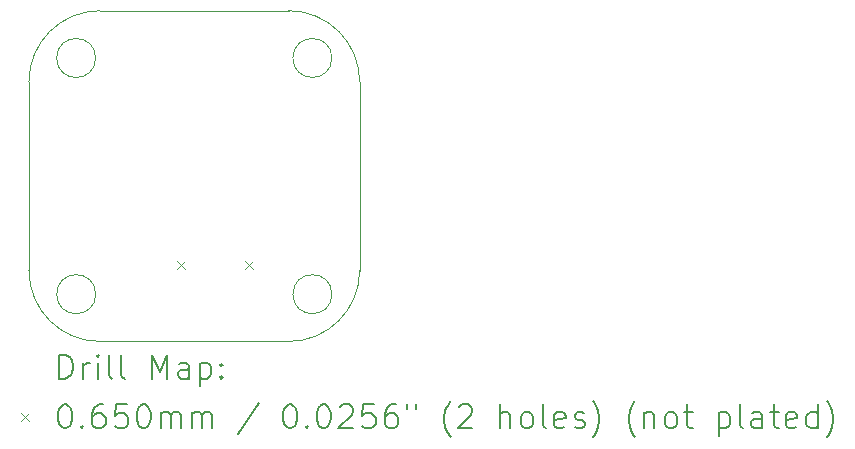
<source format=gbr>
%TF.GenerationSoftware,KiCad,Pcbnew,8.0.3-8.0.3-0~ubuntu24.04.1*%
%TF.CreationDate,2024-07-13T12:59:12+02:00*%
%TF.ProjectId,erace-rx-v2,65726163-652d-4727-982d-76322e6b6963,rev?*%
%TF.SameCoordinates,Original*%
%TF.FileFunction,Drillmap*%
%TF.FilePolarity,Positive*%
%FSLAX45Y45*%
G04 Gerber Fmt 4.5, Leading zero omitted, Abs format (unit mm)*
G04 Created by KiCad (PCBNEW 8.0.3-8.0.3-0~ubuntu24.04.1) date 2024-07-13 12:59:12*
%MOMM*%
%LPD*%
G01*
G04 APERTURE LIST*
%ADD10C,0.050000*%
%ADD11C,0.200000*%
%ADD12C,0.100000*%
G04 APERTURE END LIST*
D10*
X7465000Y-7300000D02*
G75*
G02*
X7135000Y-7300000I-165000J0D01*
G01*
X7135000Y-7300000D02*
G75*
G02*
X7465000Y-7300000I165000J0D01*
G01*
X7700000Y-7100000D02*
X7700000Y-5500000D01*
X5500000Y-7700000D02*
G75*
G02*
X4900000Y-7100000I0J600000D01*
G01*
X5465000Y-5300000D02*
G75*
G02*
X5135000Y-5300000I-165000J0D01*
G01*
X5135000Y-5300000D02*
G75*
G02*
X5465000Y-5300000I165000J0D01*
G01*
X7100000Y-4900000D02*
G75*
G02*
X7700000Y-5500000I0J-600000D01*
G01*
X7465000Y-5300000D02*
G75*
G02*
X7135000Y-5300000I-165000J0D01*
G01*
X7135000Y-5300000D02*
G75*
G02*
X7465000Y-5300000I165000J0D01*
G01*
X5465000Y-7300000D02*
G75*
G02*
X5135000Y-7300000I-165000J0D01*
G01*
X5135000Y-7300000D02*
G75*
G02*
X5465000Y-7300000I165000J0D01*
G01*
X7700000Y-7100000D02*
G75*
G02*
X7100000Y-7700000I-600000J0D01*
G01*
X4900000Y-5500000D02*
G75*
G02*
X5500000Y-4900000I600000J0D01*
G01*
X7100000Y-4900000D02*
X5500000Y-4900000D01*
X5500000Y-7700000D02*
X7100000Y-7700000D01*
X4900000Y-5500000D02*
X4900000Y-7100000D01*
D11*
D12*
X6155500Y-7018500D02*
X6220500Y-7083500D01*
X6220500Y-7018500D02*
X6155500Y-7083500D01*
X6733500Y-7018500D02*
X6798500Y-7083500D01*
X6798500Y-7018500D02*
X6733500Y-7083500D01*
D11*
X5158277Y-8013984D02*
X5158277Y-7813984D01*
X5158277Y-7813984D02*
X5205896Y-7813984D01*
X5205896Y-7813984D02*
X5234467Y-7823508D01*
X5234467Y-7823508D02*
X5253515Y-7842555D01*
X5253515Y-7842555D02*
X5263039Y-7861603D01*
X5263039Y-7861603D02*
X5272563Y-7899698D01*
X5272563Y-7899698D02*
X5272563Y-7928269D01*
X5272563Y-7928269D02*
X5263039Y-7966365D01*
X5263039Y-7966365D02*
X5253515Y-7985412D01*
X5253515Y-7985412D02*
X5234467Y-8004460D01*
X5234467Y-8004460D02*
X5205896Y-8013984D01*
X5205896Y-8013984D02*
X5158277Y-8013984D01*
X5358277Y-8013984D02*
X5358277Y-7880650D01*
X5358277Y-7918746D02*
X5367801Y-7899698D01*
X5367801Y-7899698D02*
X5377324Y-7890174D01*
X5377324Y-7890174D02*
X5396372Y-7880650D01*
X5396372Y-7880650D02*
X5415420Y-7880650D01*
X5482086Y-8013984D02*
X5482086Y-7880650D01*
X5482086Y-7813984D02*
X5472563Y-7823508D01*
X5472563Y-7823508D02*
X5482086Y-7833031D01*
X5482086Y-7833031D02*
X5491610Y-7823508D01*
X5491610Y-7823508D02*
X5482086Y-7813984D01*
X5482086Y-7813984D02*
X5482086Y-7833031D01*
X5605896Y-8013984D02*
X5586848Y-8004460D01*
X5586848Y-8004460D02*
X5577324Y-7985412D01*
X5577324Y-7985412D02*
X5577324Y-7813984D01*
X5710658Y-8013984D02*
X5691610Y-8004460D01*
X5691610Y-8004460D02*
X5682086Y-7985412D01*
X5682086Y-7985412D02*
X5682086Y-7813984D01*
X5939229Y-8013984D02*
X5939229Y-7813984D01*
X5939229Y-7813984D02*
X6005896Y-7956841D01*
X6005896Y-7956841D02*
X6072562Y-7813984D01*
X6072562Y-7813984D02*
X6072562Y-8013984D01*
X6253515Y-8013984D02*
X6253515Y-7909222D01*
X6253515Y-7909222D02*
X6243991Y-7890174D01*
X6243991Y-7890174D02*
X6224943Y-7880650D01*
X6224943Y-7880650D02*
X6186848Y-7880650D01*
X6186848Y-7880650D02*
X6167801Y-7890174D01*
X6253515Y-8004460D02*
X6234467Y-8013984D01*
X6234467Y-8013984D02*
X6186848Y-8013984D01*
X6186848Y-8013984D02*
X6167801Y-8004460D01*
X6167801Y-8004460D02*
X6158277Y-7985412D01*
X6158277Y-7985412D02*
X6158277Y-7966365D01*
X6158277Y-7966365D02*
X6167801Y-7947317D01*
X6167801Y-7947317D02*
X6186848Y-7937793D01*
X6186848Y-7937793D02*
X6234467Y-7937793D01*
X6234467Y-7937793D02*
X6253515Y-7928269D01*
X6348753Y-7880650D02*
X6348753Y-8080650D01*
X6348753Y-7890174D02*
X6367801Y-7880650D01*
X6367801Y-7880650D02*
X6405896Y-7880650D01*
X6405896Y-7880650D02*
X6424943Y-7890174D01*
X6424943Y-7890174D02*
X6434467Y-7899698D01*
X6434467Y-7899698D02*
X6443991Y-7918746D01*
X6443991Y-7918746D02*
X6443991Y-7975888D01*
X6443991Y-7975888D02*
X6434467Y-7994936D01*
X6434467Y-7994936D02*
X6424943Y-8004460D01*
X6424943Y-8004460D02*
X6405896Y-8013984D01*
X6405896Y-8013984D02*
X6367801Y-8013984D01*
X6367801Y-8013984D02*
X6348753Y-8004460D01*
X6529705Y-7994936D02*
X6539229Y-8004460D01*
X6539229Y-8004460D02*
X6529705Y-8013984D01*
X6529705Y-8013984D02*
X6520182Y-8004460D01*
X6520182Y-8004460D02*
X6529705Y-7994936D01*
X6529705Y-7994936D02*
X6529705Y-8013984D01*
X6529705Y-7890174D02*
X6539229Y-7899698D01*
X6539229Y-7899698D02*
X6529705Y-7909222D01*
X6529705Y-7909222D02*
X6520182Y-7899698D01*
X6520182Y-7899698D02*
X6529705Y-7890174D01*
X6529705Y-7890174D02*
X6529705Y-7909222D01*
D12*
X4832500Y-8310000D02*
X4897500Y-8375000D01*
X4897500Y-8310000D02*
X4832500Y-8375000D01*
D11*
X5196372Y-8233984D02*
X5215420Y-8233984D01*
X5215420Y-8233984D02*
X5234467Y-8243508D01*
X5234467Y-8243508D02*
X5243991Y-8253031D01*
X5243991Y-8253031D02*
X5253515Y-8272079D01*
X5253515Y-8272079D02*
X5263039Y-8310174D01*
X5263039Y-8310174D02*
X5263039Y-8357793D01*
X5263039Y-8357793D02*
X5253515Y-8395889D01*
X5253515Y-8395889D02*
X5243991Y-8414936D01*
X5243991Y-8414936D02*
X5234467Y-8424460D01*
X5234467Y-8424460D02*
X5215420Y-8433984D01*
X5215420Y-8433984D02*
X5196372Y-8433984D01*
X5196372Y-8433984D02*
X5177324Y-8424460D01*
X5177324Y-8424460D02*
X5167801Y-8414936D01*
X5167801Y-8414936D02*
X5158277Y-8395889D01*
X5158277Y-8395889D02*
X5148753Y-8357793D01*
X5148753Y-8357793D02*
X5148753Y-8310174D01*
X5148753Y-8310174D02*
X5158277Y-8272079D01*
X5158277Y-8272079D02*
X5167801Y-8253031D01*
X5167801Y-8253031D02*
X5177324Y-8243508D01*
X5177324Y-8243508D02*
X5196372Y-8233984D01*
X5348753Y-8414936D02*
X5358277Y-8424460D01*
X5358277Y-8424460D02*
X5348753Y-8433984D01*
X5348753Y-8433984D02*
X5339229Y-8424460D01*
X5339229Y-8424460D02*
X5348753Y-8414936D01*
X5348753Y-8414936D02*
X5348753Y-8433984D01*
X5529705Y-8233984D02*
X5491610Y-8233984D01*
X5491610Y-8233984D02*
X5472563Y-8243508D01*
X5472563Y-8243508D02*
X5463039Y-8253031D01*
X5463039Y-8253031D02*
X5443991Y-8281603D01*
X5443991Y-8281603D02*
X5434467Y-8319698D01*
X5434467Y-8319698D02*
X5434467Y-8395889D01*
X5434467Y-8395889D02*
X5443991Y-8414936D01*
X5443991Y-8414936D02*
X5453515Y-8424460D01*
X5453515Y-8424460D02*
X5472563Y-8433984D01*
X5472563Y-8433984D02*
X5510658Y-8433984D01*
X5510658Y-8433984D02*
X5529705Y-8424460D01*
X5529705Y-8424460D02*
X5539229Y-8414936D01*
X5539229Y-8414936D02*
X5548753Y-8395889D01*
X5548753Y-8395889D02*
X5548753Y-8348269D01*
X5548753Y-8348269D02*
X5539229Y-8329222D01*
X5539229Y-8329222D02*
X5529705Y-8319698D01*
X5529705Y-8319698D02*
X5510658Y-8310174D01*
X5510658Y-8310174D02*
X5472563Y-8310174D01*
X5472563Y-8310174D02*
X5453515Y-8319698D01*
X5453515Y-8319698D02*
X5443991Y-8329222D01*
X5443991Y-8329222D02*
X5434467Y-8348269D01*
X5729705Y-8233984D02*
X5634467Y-8233984D01*
X5634467Y-8233984D02*
X5624943Y-8329222D01*
X5624943Y-8329222D02*
X5634467Y-8319698D01*
X5634467Y-8319698D02*
X5653515Y-8310174D01*
X5653515Y-8310174D02*
X5701134Y-8310174D01*
X5701134Y-8310174D02*
X5720182Y-8319698D01*
X5720182Y-8319698D02*
X5729705Y-8329222D01*
X5729705Y-8329222D02*
X5739229Y-8348269D01*
X5739229Y-8348269D02*
X5739229Y-8395889D01*
X5739229Y-8395889D02*
X5729705Y-8414936D01*
X5729705Y-8414936D02*
X5720182Y-8424460D01*
X5720182Y-8424460D02*
X5701134Y-8433984D01*
X5701134Y-8433984D02*
X5653515Y-8433984D01*
X5653515Y-8433984D02*
X5634467Y-8424460D01*
X5634467Y-8424460D02*
X5624943Y-8414936D01*
X5863039Y-8233984D02*
X5882086Y-8233984D01*
X5882086Y-8233984D02*
X5901134Y-8243508D01*
X5901134Y-8243508D02*
X5910658Y-8253031D01*
X5910658Y-8253031D02*
X5920182Y-8272079D01*
X5920182Y-8272079D02*
X5929705Y-8310174D01*
X5929705Y-8310174D02*
X5929705Y-8357793D01*
X5929705Y-8357793D02*
X5920182Y-8395889D01*
X5920182Y-8395889D02*
X5910658Y-8414936D01*
X5910658Y-8414936D02*
X5901134Y-8424460D01*
X5901134Y-8424460D02*
X5882086Y-8433984D01*
X5882086Y-8433984D02*
X5863039Y-8433984D01*
X5863039Y-8433984D02*
X5843991Y-8424460D01*
X5843991Y-8424460D02*
X5834467Y-8414936D01*
X5834467Y-8414936D02*
X5824943Y-8395889D01*
X5824943Y-8395889D02*
X5815420Y-8357793D01*
X5815420Y-8357793D02*
X5815420Y-8310174D01*
X5815420Y-8310174D02*
X5824943Y-8272079D01*
X5824943Y-8272079D02*
X5834467Y-8253031D01*
X5834467Y-8253031D02*
X5843991Y-8243508D01*
X5843991Y-8243508D02*
X5863039Y-8233984D01*
X6015420Y-8433984D02*
X6015420Y-8300650D01*
X6015420Y-8319698D02*
X6024943Y-8310174D01*
X6024943Y-8310174D02*
X6043991Y-8300650D01*
X6043991Y-8300650D02*
X6072563Y-8300650D01*
X6072563Y-8300650D02*
X6091610Y-8310174D01*
X6091610Y-8310174D02*
X6101134Y-8329222D01*
X6101134Y-8329222D02*
X6101134Y-8433984D01*
X6101134Y-8329222D02*
X6110658Y-8310174D01*
X6110658Y-8310174D02*
X6129705Y-8300650D01*
X6129705Y-8300650D02*
X6158277Y-8300650D01*
X6158277Y-8300650D02*
X6177324Y-8310174D01*
X6177324Y-8310174D02*
X6186848Y-8329222D01*
X6186848Y-8329222D02*
X6186848Y-8433984D01*
X6282086Y-8433984D02*
X6282086Y-8300650D01*
X6282086Y-8319698D02*
X6291610Y-8310174D01*
X6291610Y-8310174D02*
X6310658Y-8300650D01*
X6310658Y-8300650D02*
X6339229Y-8300650D01*
X6339229Y-8300650D02*
X6358277Y-8310174D01*
X6358277Y-8310174D02*
X6367801Y-8329222D01*
X6367801Y-8329222D02*
X6367801Y-8433984D01*
X6367801Y-8329222D02*
X6377324Y-8310174D01*
X6377324Y-8310174D02*
X6396372Y-8300650D01*
X6396372Y-8300650D02*
X6424943Y-8300650D01*
X6424943Y-8300650D02*
X6443991Y-8310174D01*
X6443991Y-8310174D02*
X6453515Y-8329222D01*
X6453515Y-8329222D02*
X6453515Y-8433984D01*
X6843991Y-8224460D02*
X6672563Y-8481603D01*
X7101134Y-8233984D02*
X7120182Y-8233984D01*
X7120182Y-8233984D02*
X7139229Y-8243508D01*
X7139229Y-8243508D02*
X7148753Y-8253031D01*
X7148753Y-8253031D02*
X7158277Y-8272079D01*
X7158277Y-8272079D02*
X7167801Y-8310174D01*
X7167801Y-8310174D02*
X7167801Y-8357793D01*
X7167801Y-8357793D02*
X7158277Y-8395889D01*
X7158277Y-8395889D02*
X7148753Y-8414936D01*
X7148753Y-8414936D02*
X7139229Y-8424460D01*
X7139229Y-8424460D02*
X7120182Y-8433984D01*
X7120182Y-8433984D02*
X7101134Y-8433984D01*
X7101134Y-8433984D02*
X7082086Y-8424460D01*
X7082086Y-8424460D02*
X7072563Y-8414936D01*
X7072563Y-8414936D02*
X7063039Y-8395889D01*
X7063039Y-8395889D02*
X7053515Y-8357793D01*
X7053515Y-8357793D02*
X7053515Y-8310174D01*
X7053515Y-8310174D02*
X7063039Y-8272079D01*
X7063039Y-8272079D02*
X7072563Y-8253031D01*
X7072563Y-8253031D02*
X7082086Y-8243508D01*
X7082086Y-8243508D02*
X7101134Y-8233984D01*
X7253515Y-8414936D02*
X7263039Y-8424460D01*
X7263039Y-8424460D02*
X7253515Y-8433984D01*
X7253515Y-8433984D02*
X7243991Y-8424460D01*
X7243991Y-8424460D02*
X7253515Y-8414936D01*
X7253515Y-8414936D02*
X7253515Y-8433984D01*
X7386848Y-8233984D02*
X7405896Y-8233984D01*
X7405896Y-8233984D02*
X7424944Y-8243508D01*
X7424944Y-8243508D02*
X7434467Y-8253031D01*
X7434467Y-8253031D02*
X7443991Y-8272079D01*
X7443991Y-8272079D02*
X7453515Y-8310174D01*
X7453515Y-8310174D02*
X7453515Y-8357793D01*
X7453515Y-8357793D02*
X7443991Y-8395889D01*
X7443991Y-8395889D02*
X7434467Y-8414936D01*
X7434467Y-8414936D02*
X7424944Y-8424460D01*
X7424944Y-8424460D02*
X7405896Y-8433984D01*
X7405896Y-8433984D02*
X7386848Y-8433984D01*
X7386848Y-8433984D02*
X7367801Y-8424460D01*
X7367801Y-8424460D02*
X7358277Y-8414936D01*
X7358277Y-8414936D02*
X7348753Y-8395889D01*
X7348753Y-8395889D02*
X7339229Y-8357793D01*
X7339229Y-8357793D02*
X7339229Y-8310174D01*
X7339229Y-8310174D02*
X7348753Y-8272079D01*
X7348753Y-8272079D02*
X7358277Y-8253031D01*
X7358277Y-8253031D02*
X7367801Y-8243508D01*
X7367801Y-8243508D02*
X7386848Y-8233984D01*
X7529706Y-8253031D02*
X7539229Y-8243508D01*
X7539229Y-8243508D02*
X7558277Y-8233984D01*
X7558277Y-8233984D02*
X7605896Y-8233984D01*
X7605896Y-8233984D02*
X7624944Y-8243508D01*
X7624944Y-8243508D02*
X7634467Y-8253031D01*
X7634467Y-8253031D02*
X7643991Y-8272079D01*
X7643991Y-8272079D02*
X7643991Y-8291127D01*
X7643991Y-8291127D02*
X7634467Y-8319698D01*
X7634467Y-8319698D02*
X7520182Y-8433984D01*
X7520182Y-8433984D02*
X7643991Y-8433984D01*
X7824944Y-8233984D02*
X7729706Y-8233984D01*
X7729706Y-8233984D02*
X7720182Y-8329222D01*
X7720182Y-8329222D02*
X7729706Y-8319698D01*
X7729706Y-8319698D02*
X7748753Y-8310174D01*
X7748753Y-8310174D02*
X7796372Y-8310174D01*
X7796372Y-8310174D02*
X7815420Y-8319698D01*
X7815420Y-8319698D02*
X7824944Y-8329222D01*
X7824944Y-8329222D02*
X7834467Y-8348269D01*
X7834467Y-8348269D02*
X7834467Y-8395889D01*
X7834467Y-8395889D02*
X7824944Y-8414936D01*
X7824944Y-8414936D02*
X7815420Y-8424460D01*
X7815420Y-8424460D02*
X7796372Y-8433984D01*
X7796372Y-8433984D02*
X7748753Y-8433984D01*
X7748753Y-8433984D02*
X7729706Y-8424460D01*
X7729706Y-8424460D02*
X7720182Y-8414936D01*
X8005896Y-8233984D02*
X7967801Y-8233984D01*
X7967801Y-8233984D02*
X7948753Y-8243508D01*
X7948753Y-8243508D02*
X7939229Y-8253031D01*
X7939229Y-8253031D02*
X7920182Y-8281603D01*
X7920182Y-8281603D02*
X7910658Y-8319698D01*
X7910658Y-8319698D02*
X7910658Y-8395889D01*
X7910658Y-8395889D02*
X7920182Y-8414936D01*
X7920182Y-8414936D02*
X7929706Y-8424460D01*
X7929706Y-8424460D02*
X7948753Y-8433984D01*
X7948753Y-8433984D02*
X7986848Y-8433984D01*
X7986848Y-8433984D02*
X8005896Y-8424460D01*
X8005896Y-8424460D02*
X8015420Y-8414936D01*
X8015420Y-8414936D02*
X8024944Y-8395889D01*
X8024944Y-8395889D02*
X8024944Y-8348269D01*
X8024944Y-8348269D02*
X8015420Y-8329222D01*
X8015420Y-8329222D02*
X8005896Y-8319698D01*
X8005896Y-8319698D02*
X7986848Y-8310174D01*
X7986848Y-8310174D02*
X7948753Y-8310174D01*
X7948753Y-8310174D02*
X7929706Y-8319698D01*
X7929706Y-8319698D02*
X7920182Y-8329222D01*
X7920182Y-8329222D02*
X7910658Y-8348269D01*
X8101134Y-8233984D02*
X8101134Y-8272079D01*
X8177325Y-8233984D02*
X8177325Y-8272079D01*
X8472563Y-8510174D02*
X8463039Y-8500650D01*
X8463039Y-8500650D02*
X8443991Y-8472079D01*
X8443991Y-8472079D02*
X8434468Y-8453031D01*
X8434468Y-8453031D02*
X8424944Y-8424460D01*
X8424944Y-8424460D02*
X8415420Y-8376841D01*
X8415420Y-8376841D02*
X8415420Y-8338746D01*
X8415420Y-8338746D02*
X8424944Y-8291127D01*
X8424944Y-8291127D02*
X8434468Y-8262555D01*
X8434468Y-8262555D02*
X8443991Y-8243508D01*
X8443991Y-8243508D02*
X8463039Y-8214936D01*
X8463039Y-8214936D02*
X8472563Y-8205412D01*
X8539230Y-8253031D02*
X8548753Y-8243508D01*
X8548753Y-8243508D02*
X8567801Y-8233984D01*
X8567801Y-8233984D02*
X8615420Y-8233984D01*
X8615420Y-8233984D02*
X8634468Y-8243508D01*
X8634468Y-8243508D02*
X8643991Y-8253031D01*
X8643991Y-8253031D02*
X8653515Y-8272079D01*
X8653515Y-8272079D02*
X8653515Y-8291127D01*
X8653515Y-8291127D02*
X8643991Y-8319698D01*
X8643991Y-8319698D02*
X8529706Y-8433984D01*
X8529706Y-8433984D02*
X8653515Y-8433984D01*
X8891611Y-8433984D02*
X8891611Y-8233984D01*
X8977325Y-8433984D02*
X8977325Y-8329222D01*
X8977325Y-8329222D02*
X8967801Y-8310174D01*
X8967801Y-8310174D02*
X8948753Y-8300650D01*
X8948753Y-8300650D02*
X8920182Y-8300650D01*
X8920182Y-8300650D02*
X8901134Y-8310174D01*
X8901134Y-8310174D02*
X8891611Y-8319698D01*
X9101134Y-8433984D02*
X9082087Y-8424460D01*
X9082087Y-8424460D02*
X9072563Y-8414936D01*
X9072563Y-8414936D02*
X9063039Y-8395889D01*
X9063039Y-8395889D02*
X9063039Y-8338746D01*
X9063039Y-8338746D02*
X9072563Y-8319698D01*
X9072563Y-8319698D02*
X9082087Y-8310174D01*
X9082087Y-8310174D02*
X9101134Y-8300650D01*
X9101134Y-8300650D02*
X9129706Y-8300650D01*
X9129706Y-8300650D02*
X9148753Y-8310174D01*
X9148753Y-8310174D02*
X9158277Y-8319698D01*
X9158277Y-8319698D02*
X9167801Y-8338746D01*
X9167801Y-8338746D02*
X9167801Y-8395889D01*
X9167801Y-8395889D02*
X9158277Y-8414936D01*
X9158277Y-8414936D02*
X9148753Y-8424460D01*
X9148753Y-8424460D02*
X9129706Y-8433984D01*
X9129706Y-8433984D02*
X9101134Y-8433984D01*
X9282087Y-8433984D02*
X9263039Y-8424460D01*
X9263039Y-8424460D02*
X9253515Y-8405412D01*
X9253515Y-8405412D02*
X9253515Y-8233984D01*
X9434468Y-8424460D02*
X9415420Y-8433984D01*
X9415420Y-8433984D02*
X9377325Y-8433984D01*
X9377325Y-8433984D02*
X9358277Y-8424460D01*
X9358277Y-8424460D02*
X9348753Y-8405412D01*
X9348753Y-8405412D02*
X9348753Y-8329222D01*
X9348753Y-8329222D02*
X9358277Y-8310174D01*
X9358277Y-8310174D02*
X9377325Y-8300650D01*
X9377325Y-8300650D02*
X9415420Y-8300650D01*
X9415420Y-8300650D02*
X9434468Y-8310174D01*
X9434468Y-8310174D02*
X9443992Y-8329222D01*
X9443992Y-8329222D02*
X9443992Y-8348269D01*
X9443992Y-8348269D02*
X9348753Y-8367317D01*
X9520182Y-8424460D02*
X9539230Y-8433984D01*
X9539230Y-8433984D02*
X9577325Y-8433984D01*
X9577325Y-8433984D02*
X9596373Y-8424460D01*
X9596373Y-8424460D02*
X9605896Y-8405412D01*
X9605896Y-8405412D02*
X9605896Y-8395889D01*
X9605896Y-8395889D02*
X9596373Y-8376841D01*
X9596373Y-8376841D02*
X9577325Y-8367317D01*
X9577325Y-8367317D02*
X9548753Y-8367317D01*
X9548753Y-8367317D02*
X9529706Y-8357793D01*
X9529706Y-8357793D02*
X9520182Y-8338746D01*
X9520182Y-8338746D02*
X9520182Y-8329222D01*
X9520182Y-8329222D02*
X9529706Y-8310174D01*
X9529706Y-8310174D02*
X9548753Y-8300650D01*
X9548753Y-8300650D02*
X9577325Y-8300650D01*
X9577325Y-8300650D02*
X9596373Y-8310174D01*
X9672563Y-8510174D02*
X9682087Y-8500650D01*
X9682087Y-8500650D02*
X9701134Y-8472079D01*
X9701134Y-8472079D02*
X9710658Y-8453031D01*
X9710658Y-8453031D02*
X9720182Y-8424460D01*
X9720182Y-8424460D02*
X9729706Y-8376841D01*
X9729706Y-8376841D02*
X9729706Y-8338746D01*
X9729706Y-8338746D02*
X9720182Y-8291127D01*
X9720182Y-8291127D02*
X9710658Y-8262555D01*
X9710658Y-8262555D02*
X9701134Y-8243508D01*
X9701134Y-8243508D02*
X9682087Y-8214936D01*
X9682087Y-8214936D02*
X9672563Y-8205412D01*
X10034468Y-8510174D02*
X10024944Y-8500650D01*
X10024944Y-8500650D02*
X10005896Y-8472079D01*
X10005896Y-8472079D02*
X9996373Y-8453031D01*
X9996373Y-8453031D02*
X9986849Y-8424460D01*
X9986849Y-8424460D02*
X9977325Y-8376841D01*
X9977325Y-8376841D02*
X9977325Y-8338746D01*
X9977325Y-8338746D02*
X9986849Y-8291127D01*
X9986849Y-8291127D02*
X9996373Y-8262555D01*
X9996373Y-8262555D02*
X10005896Y-8243508D01*
X10005896Y-8243508D02*
X10024944Y-8214936D01*
X10024944Y-8214936D02*
X10034468Y-8205412D01*
X10110658Y-8300650D02*
X10110658Y-8433984D01*
X10110658Y-8319698D02*
X10120182Y-8310174D01*
X10120182Y-8310174D02*
X10139230Y-8300650D01*
X10139230Y-8300650D02*
X10167801Y-8300650D01*
X10167801Y-8300650D02*
X10186849Y-8310174D01*
X10186849Y-8310174D02*
X10196373Y-8329222D01*
X10196373Y-8329222D02*
X10196373Y-8433984D01*
X10320182Y-8433984D02*
X10301134Y-8424460D01*
X10301134Y-8424460D02*
X10291611Y-8414936D01*
X10291611Y-8414936D02*
X10282087Y-8395889D01*
X10282087Y-8395889D02*
X10282087Y-8338746D01*
X10282087Y-8338746D02*
X10291611Y-8319698D01*
X10291611Y-8319698D02*
X10301134Y-8310174D01*
X10301134Y-8310174D02*
X10320182Y-8300650D01*
X10320182Y-8300650D02*
X10348754Y-8300650D01*
X10348754Y-8300650D02*
X10367801Y-8310174D01*
X10367801Y-8310174D02*
X10377325Y-8319698D01*
X10377325Y-8319698D02*
X10386849Y-8338746D01*
X10386849Y-8338746D02*
X10386849Y-8395889D01*
X10386849Y-8395889D02*
X10377325Y-8414936D01*
X10377325Y-8414936D02*
X10367801Y-8424460D01*
X10367801Y-8424460D02*
X10348754Y-8433984D01*
X10348754Y-8433984D02*
X10320182Y-8433984D01*
X10443992Y-8300650D02*
X10520182Y-8300650D01*
X10472563Y-8233984D02*
X10472563Y-8405412D01*
X10472563Y-8405412D02*
X10482087Y-8424460D01*
X10482087Y-8424460D02*
X10501134Y-8433984D01*
X10501134Y-8433984D02*
X10520182Y-8433984D01*
X10739230Y-8300650D02*
X10739230Y-8500650D01*
X10739230Y-8310174D02*
X10758277Y-8300650D01*
X10758277Y-8300650D02*
X10796373Y-8300650D01*
X10796373Y-8300650D02*
X10815420Y-8310174D01*
X10815420Y-8310174D02*
X10824944Y-8319698D01*
X10824944Y-8319698D02*
X10834468Y-8338746D01*
X10834468Y-8338746D02*
X10834468Y-8395889D01*
X10834468Y-8395889D02*
X10824944Y-8414936D01*
X10824944Y-8414936D02*
X10815420Y-8424460D01*
X10815420Y-8424460D02*
X10796373Y-8433984D01*
X10796373Y-8433984D02*
X10758277Y-8433984D01*
X10758277Y-8433984D02*
X10739230Y-8424460D01*
X10948754Y-8433984D02*
X10929706Y-8424460D01*
X10929706Y-8424460D02*
X10920182Y-8405412D01*
X10920182Y-8405412D02*
X10920182Y-8233984D01*
X11110658Y-8433984D02*
X11110658Y-8329222D01*
X11110658Y-8329222D02*
X11101135Y-8310174D01*
X11101135Y-8310174D02*
X11082087Y-8300650D01*
X11082087Y-8300650D02*
X11043992Y-8300650D01*
X11043992Y-8300650D02*
X11024944Y-8310174D01*
X11110658Y-8424460D02*
X11091611Y-8433984D01*
X11091611Y-8433984D02*
X11043992Y-8433984D01*
X11043992Y-8433984D02*
X11024944Y-8424460D01*
X11024944Y-8424460D02*
X11015420Y-8405412D01*
X11015420Y-8405412D02*
X11015420Y-8386365D01*
X11015420Y-8386365D02*
X11024944Y-8367317D01*
X11024944Y-8367317D02*
X11043992Y-8357793D01*
X11043992Y-8357793D02*
X11091611Y-8357793D01*
X11091611Y-8357793D02*
X11110658Y-8348269D01*
X11177325Y-8300650D02*
X11253515Y-8300650D01*
X11205896Y-8233984D02*
X11205896Y-8405412D01*
X11205896Y-8405412D02*
X11215420Y-8424460D01*
X11215420Y-8424460D02*
X11234468Y-8433984D01*
X11234468Y-8433984D02*
X11253515Y-8433984D01*
X11396373Y-8424460D02*
X11377325Y-8433984D01*
X11377325Y-8433984D02*
X11339230Y-8433984D01*
X11339230Y-8433984D02*
X11320182Y-8424460D01*
X11320182Y-8424460D02*
X11310658Y-8405412D01*
X11310658Y-8405412D02*
X11310658Y-8329222D01*
X11310658Y-8329222D02*
X11320182Y-8310174D01*
X11320182Y-8310174D02*
X11339230Y-8300650D01*
X11339230Y-8300650D02*
X11377325Y-8300650D01*
X11377325Y-8300650D02*
X11396373Y-8310174D01*
X11396373Y-8310174D02*
X11405896Y-8329222D01*
X11405896Y-8329222D02*
X11405896Y-8348269D01*
X11405896Y-8348269D02*
X11310658Y-8367317D01*
X11577325Y-8433984D02*
X11577325Y-8233984D01*
X11577325Y-8424460D02*
X11558277Y-8433984D01*
X11558277Y-8433984D02*
X11520182Y-8433984D01*
X11520182Y-8433984D02*
X11501134Y-8424460D01*
X11501134Y-8424460D02*
X11491611Y-8414936D01*
X11491611Y-8414936D02*
X11482087Y-8395889D01*
X11482087Y-8395889D02*
X11482087Y-8338746D01*
X11482087Y-8338746D02*
X11491611Y-8319698D01*
X11491611Y-8319698D02*
X11501134Y-8310174D01*
X11501134Y-8310174D02*
X11520182Y-8300650D01*
X11520182Y-8300650D02*
X11558277Y-8300650D01*
X11558277Y-8300650D02*
X11577325Y-8310174D01*
X11653515Y-8510174D02*
X11663039Y-8500650D01*
X11663039Y-8500650D02*
X11682087Y-8472079D01*
X11682087Y-8472079D02*
X11691611Y-8453031D01*
X11691611Y-8453031D02*
X11701134Y-8424460D01*
X11701134Y-8424460D02*
X11710658Y-8376841D01*
X11710658Y-8376841D02*
X11710658Y-8338746D01*
X11710658Y-8338746D02*
X11701134Y-8291127D01*
X11701134Y-8291127D02*
X11691611Y-8262555D01*
X11691611Y-8262555D02*
X11682087Y-8243508D01*
X11682087Y-8243508D02*
X11663039Y-8214936D01*
X11663039Y-8214936D02*
X11653515Y-8205412D01*
M02*

</source>
